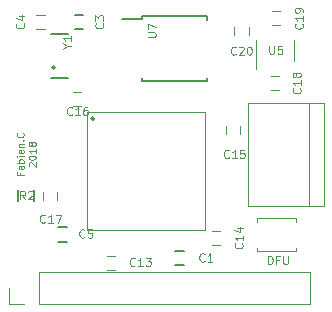
<source format=gto>
G04 #@! TF.FileFunction,Legend,Top*
%FSLAX46Y46*%
G04 Gerber Fmt 4.6, Leading zero omitted, Abs format (unit mm)*
G04 Created by KiCad (PCBNEW 4.0.7-e0-6372~58~ubuntu16.10.1) date Fri Aug 10 15:11:26 2018*
%MOMM*%
%LPD*%
G01*
G04 APERTURE LIST*
%ADD10C,0.100000*%
%ADD11C,0.120000*%
%ADD12C,0.200000*%
%ADD13C,0.150000*%
%ADD14C,0.002540*%
G04 APERTURE END LIST*
D10*
D11*
X131547143Y-96971428D02*
X131547143Y-97171428D01*
X131861429Y-97171428D02*
X131261429Y-97171428D01*
X131261429Y-96885714D01*
X131861429Y-96399999D02*
X131547143Y-96399999D01*
X131490000Y-96428570D01*
X131461429Y-96485713D01*
X131461429Y-96599999D01*
X131490000Y-96657142D01*
X131832857Y-96399999D02*
X131861429Y-96457142D01*
X131861429Y-96599999D01*
X131832857Y-96657142D01*
X131775714Y-96685713D01*
X131718571Y-96685713D01*
X131661429Y-96657142D01*
X131632857Y-96599999D01*
X131632857Y-96457142D01*
X131604286Y-96399999D01*
X131861429Y-96114285D02*
X131261429Y-96114285D01*
X131490000Y-96114285D02*
X131461429Y-96057142D01*
X131461429Y-95942856D01*
X131490000Y-95885713D01*
X131518571Y-95857142D01*
X131575714Y-95828571D01*
X131747143Y-95828571D01*
X131804286Y-95857142D01*
X131832857Y-95885713D01*
X131861429Y-95942856D01*
X131861429Y-96057142D01*
X131832857Y-96114285D01*
X131861429Y-95571428D02*
X131461429Y-95571428D01*
X131261429Y-95571428D02*
X131290000Y-95599999D01*
X131318571Y-95571428D01*
X131290000Y-95542856D01*
X131261429Y-95571428D01*
X131318571Y-95571428D01*
X131832857Y-95057142D02*
X131861429Y-95114285D01*
X131861429Y-95228571D01*
X131832857Y-95285714D01*
X131775714Y-95314285D01*
X131547143Y-95314285D01*
X131490000Y-95285714D01*
X131461429Y-95228571D01*
X131461429Y-95114285D01*
X131490000Y-95057142D01*
X131547143Y-95028571D01*
X131604286Y-95028571D01*
X131661429Y-95314285D01*
X131461429Y-94771428D02*
X131861429Y-94771428D01*
X131518571Y-94771428D02*
X131490000Y-94742856D01*
X131461429Y-94685714D01*
X131461429Y-94599999D01*
X131490000Y-94542856D01*
X131547143Y-94514285D01*
X131861429Y-94514285D01*
X131804286Y-94228571D02*
X131832857Y-94199999D01*
X131861429Y-94228571D01*
X131832857Y-94257142D01*
X131804286Y-94228571D01*
X131861429Y-94228571D01*
X131804286Y-93600000D02*
X131832857Y-93628571D01*
X131861429Y-93714285D01*
X131861429Y-93771428D01*
X131832857Y-93857143D01*
X131775714Y-93914285D01*
X131718571Y-93942857D01*
X131604286Y-93971428D01*
X131518571Y-93971428D01*
X131404286Y-93942857D01*
X131347143Y-93914285D01*
X131290000Y-93857143D01*
X131261429Y-93771428D01*
X131261429Y-93714285D01*
X131290000Y-93628571D01*
X131318571Y-93600000D01*
X132338571Y-96428572D02*
X132310000Y-96400001D01*
X132281429Y-96342858D01*
X132281429Y-96200001D01*
X132310000Y-96142858D01*
X132338571Y-96114287D01*
X132395714Y-96085715D01*
X132452857Y-96085715D01*
X132538571Y-96114287D01*
X132881429Y-96457144D01*
X132881429Y-96085715D01*
X132281429Y-95714286D02*
X132281429Y-95657143D01*
X132310000Y-95600000D01*
X132338571Y-95571429D01*
X132395714Y-95542858D01*
X132510000Y-95514286D01*
X132652857Y-95514286D01*
X132767143Y-95542858D01*
X132824286Y-95571429D01*
X132852857Y-95600000D01*
X132881429Y-95657143D01*
X132881429Y-95714286D01*
X132852857Y-95771429D01*
X132824286Y-95800000D01*
X132767143Y-95828572D01*
X132652857Y-95857143D01*
X132510000Y-95857143D01*
X132395714Y-95828572D01*
X132338571Y-95800000D01*
X132310000Y-95771429D01*
X132281429Y-95714286D01*
X132881429Y-94942857D02*
X132881429Y-95285714D01*
X132881429Y-95114286D02*
X132281429Y-95114286D01*
X132367143Y-95171429D01*
X132424286Y-95228571D01*
X132452857Y-95285714D01*
X132538571Y-94600000D02*
X132510000Y-94657142D01*
X132481429Y-94685714D01*
X132424286Y-94714285D01*
X132395714Y-94714285D01*
X132338571Y-94685714D01*
X132310000Y-94657142D01*
X132281429Y-94600000D01*
X132281429Y-94485714D01*
X132310000Y-94428571D01*
X132338571Y-94400000D01*
X132395714Y-94371428D01*
X132424286Y-94371428D01*
X132481429Y-94400000D01*
X132510000Y-94428571D01*
X132538571Y-94485714D01*
X132538571Y-94600000D01*
X132567143Y-94657142D01*
X132595714Y-94685714D01*
X132652857Y-94714285D01*
X132767143Y-94714285D01*
X132824286Y-94685714D01*
X132852857Y-94657142D01*
X132881429Y-94600000D01*
X132881429Y-94485714D01*
X132852857Y-94428571D01*
X132824286Y-94400000D01*
X132767143Y-94371428D01*
X132652857Y-94371428D01*
X132595714Y-94400000D01*
X132567143Y-94428571D01*
X132538571Y-94485714D01*
X152550001Y-104716667D02*
X152550001Y-104016667D01*
X152716667Y-104016667D01*
X152816667Y-104050000D01*
X152883334Y-104116667D01*
X152916667Y-104183333D01*
X152950001Y-104316667D01*
X152950001Y-104416667D01*
X152916667Y-104550000D01*
X152883334Y-104616667D01*
X152816667Y-104683333D01*
X152716667Y-104716667D01*
X152550001Y-104716667D01*
X153483334Y-104350000D02*
X153250001Y-104350000D01*
X153250001Y-104716667D02*
X153250001Y-104016667D01*
X153583334Y-104016667D01*
X153850001Y-104016667D02*
X153850001Y-104583333D01*
X153883334Y-104650000D01*
X153916667Y-104683333D01*
X153983334Y-104716667D01*
X154116667Y-104716667D01*
X154183334Y-104683333D01*
X154216667Y-104650000D01*
X154250001Y-104583333D01*
X154250001Y-104016667D01*
D12*
X137854000Y-92400000D02*
G75*
G03X137854000Y-92400000I-154000J0D01*
G01*
D11*
X151650000Y-103300000D02*
X151650000Y-103600000D01*
X151650000Y-103600000D02*
X154950000Y-103600000D01*
X154950000Y-103600000D02*
X154950000Y-103300000D01*
X151650000Y-101100000D02*
X151650000Y-100800000D01*
X151650000Y-100800000D02*
X154950000Y-100800000D01*
X154950000Y-100800000D02*
X154950000Y-101100000D01*
D13*
X144700000Y-103600000D02*
X145400000Y-103600000D01*
X145400000Y-104800000D02*
X144700000Y-104800000D01*
X136885120Y-84792876D02*
X136185120Y-84792876D01*
X136185120Y-83592876D02*
X136885120Y-83592876D01*
X135500000Y-102800000D02*
X134800000Y-102800000D01*
X134800000Y-101600000D02*
X135500000Y-101600000D01*
X132775000Y-98400000D02*
X132775000Y-99400000D01*
X131425000Y-99400000D02*
X131425000Y-98400000D01*
D11*
X139600000Y-105200000D02*
X138900000Y-105200000D01*
X138900000Y-104000000D02*
X139600000Y-104000000D01*
X147800000Y-101900000D02*
X148500000Y-101900000D01*
X148500000Y-103100000D02*
X147800000Y-103100000D01*
D13*
X134526279Y-88041716D02*
G75*
G03X134526279Y-88041716I-141899J0D01*
G01*
X135585800Y-88940876D02*
X134183720Y-88940876D01*
X134183720Y-85242636D02*
X135585800Y-85242636D01*
D11*
X150200000Y-93000000D02*
X150200000Y-93700000D01*
X149000000Y-93700000D02*
X149000000Y-93000000D01*
X136700000Y-91300000D02*
X136000000Y-91300000D01*
X136000000Y-90100000D02*
X136700000Y-90100000D01*
X133500000Y-99300000D02*
X133500000Y-98600000D01*
X134700000Y-98600000D02*
X134700000Y-99300000D01*
X153550000Y-84500000D02*
X152850000Y-84500000D01*
X152850000Y-83300000D02*
X153550000Y-83300000D01*
X157280000Y-99750000D02*
X157280000Y-91050000D01*
X150870000Y-99750000D02*
X150870000Y-91050000D01*
X150870000Y-91050000D02*
X157280000Y-91050000D01*
X156050000Y-91050000D02*
X156050000Y-99750000D01*
X157280000Y-99750000D02*
X150870000Y-99750000D01*
D13*
X141900000Y-83710000D02*
X141900000Y-83915000D01*
X147400000Y-83710000D02*
X147400000Y-84010000D01*
X147400000Y-89220000D02*
X147400000Y-88920000D01*
X141900000Y-89220000D02*
X141900000Y-88920000D01*
X141900000Y-83710000D02*
X147400000Y-83710000D01*
X141900000Y-89220000D02*
X147400000Y-89220000D01*
X141900000Y-83915000D02*
X140150000Y-83915000D01*
D11*
X149700000Y-85300000D02*
X149700000Y-84600000D01*
X150900000Y-84600000D02*
X150900000Y-85300000D01*
X133635120Y-84792876D02*
X132935120Y-84792876D01*
X132935120Y-83592876D02*
X133635120Y-83592876D01*
X153500000Y-90000000D02*
X152800000Y-90000000D01*
X152800000Y-88800000D02*
X153500000Y-88800000D01*
X156110000Y-108070000D02*
X156110000Y-105410000D01*
X133190000Y-108070000D02*
X156110000Y-108070000D01*
X133190000Y-105410000D02*
X156110000Y-105410000D01*
X133190000Y-108070000D02*
X133190000Y-105410000D01*
X131920000Y-108070000D02*
X130590000Y-108070000D01*
X130590000Y-108070000D02*
X130590000Y-106740000D01*
D14*
X147198720Y-91801280D02*
X147198720Y-101798720D01*
X147198720Y-101798720D02*
X137201280Y-101798720D01*
X137201280Y-91801280D02*
X137201280Y-101798720D01*
X147198720Y-91801280D02*
X137201280Y-91801280D01*
X137201280Y-91801280D02*
X137201280Y-91801280D01*
X137201280Y-91801280D02*
X137201280Y-91801280D01*
D11*
X154760000Y-87500000D02*
X154760000Y-85700000D01*
X151540000Y-85700000D02*
X151540000Y-88150000D01*
X147183334Y-104420000D02*
X147150000Y-104453333D01*
X147050000Y-104486667D01*
X146983334Y-104486667D01*
X146883334Y-104453333D01*
X146816667Y-104386667D01*
X146783334Y-104320000D01*
X146750000Y-104186667D01*
X146750000Y-104086667D01*
X146783334Y-103953333D01*
X146816667Y-103886667D01*
X146883334Y-103820000D01*
X146983334Y-103786667D01*
X147050000Y-103786667D01*
X147150000Y-103820000D01*
X147183334Y-103853333D01*
X147850000Y-104486667D02*
X147450000Y-104486667D01*
X147650000Y-104486667D02*
X147650000Y-103786667D01*
X147583334Y-103886667D01*
X147516667Y-103953333D01*
X147450000Y-103986667D01*
X138550000Y-84316666D02*
X138583333Y-84350000D01*
X138616667Y-84450000D01*
X138616667Y-84516666D01*
X138583333Y-84616666D01*
X138516667Y-84683333D01*
X138450000Y-84716666D01*
X138316667Y-84750000D01*
X138216667Y-84750000D01*
X138083333Y-84716666D01*
X138016667Y-84683333D01*
X137950000Y-84616666D01*
X137916667Y-84516666D01*
X137916667Y-84450000D01*
X137950000Y-84350000D01*
X137983333Y-84316666D01*
X137916667Y-84083333D02*
X137916667Y-83650000D01*
X138183333Y-83883333D01*
X138183333Y-83783333D01*
X138216667Y-83716666D01*
X138250000Y-83683333D01*
X138316667Y-83650000D01*
X138483333Y-83650000D01*
X138550000Y-83683333D01*
X138583333Y-83716666D01*
X138616667Y-83783333D01*
X138616667Y-83983333D01*
X138583333Y-84050000D01*
X138550000Y-84083333D01*
X137008334Y-102400000D02*
X136975000Y-102433333D01*
X136875000Y-102466667D01*
X136808334Y-102466667D01*
X136708334Y-102433333D01*
X136641667Y-102366667D01*
X136608334Y-102300000D01*
X136575000Y-102166667D01*
X136575000Y-102066667D01*
X136608334Y-101933333D01*
X136641667Y-101866667D01*
X136708334Y-101800000D01*
X136808334Y-101766667D01*
X136875000Y-101766667D01*
X136975000Y-101800000D01*
X137008334Y-101833333D01*
X137641667Y-101766667D02*
X137308334Y-101766667D01*
X137275000Y-102100000D01*
X137308334Y-102066667D01*
X137375000Y-102033333D01*
X137541667Y-102033333D01*
X137608334Y-102066667D01*
X137641667Y-102100000D01*
X137675000Y-102166667D01*
X137675000Y-102333333D01*
X137641667Y-102400000D01*
X137608334Y-102433333D01*
X137541667Y-102466667D01*
X137375000Y-102466667D01*
X137308334Y-102433333D01*
X137275000Y-102400000D01*
X131983334Y-99216667D02*
X131750000Y-98883333D01*
X131583334Y-99216667D02*
X131583334Y-98516667D01*
X131850000Y-98516667D01*
X131916667Y-98550000D01*
X131950000Y-98583333D01*
X131983334Y-98650000D01*
X131983334Y-98750000D01*
X131950000Y-98816667D01*
X131916667Y-98850000D01*
X131850000Y-98883333D01*
X131583334Y-98883333D01*
X132250000Y-98583333D02*
X132283334Y-98550000D01*
X132350000Y-98516667D01*
X132516667Y-98516667D01*
X132583334Y-98550000D01*
X132616667Y-98583333D01*
X132650000Y-98650000D01*
X132650000Y-98716667D01*
X132616667Y-98816667D01*
X132216667Y-99216667D01*
X132650000Y-99216667D01*
X141280000Y-104790000D02*
X141246666Y-104823333D01*
X141146666Y-104856667D01*
X141080000Y-104856667D01*
X140980000Y-104823333D01*
X140913333Y-104756667D01*
X140880000Y-104690000D01*
X140846666Y-104556667D01*
X140846666Y-104456667D01*
X140880000Y-104323333D01*
X140913333Y-104256667D01*
X140980000Y-104190000D01*
X141080000Y-104156667D01*
X141146666Y-104156667D01*
X141246666Y-104190000D01*
X141280000Y-104223333D01*
X141946666Y-104856667D02*
X141546666Y-104856667D01*
X141746666Y-104856667D02*
X141746666Y-104156667D01*
X141680000Y-104256667D01*
X141613333Y-104323333D01*
X141546666Y-104356667D01*
X142180000Y-104156667D02*
X142613333Y-104156667D01*
X142380000Y-104423333D01*
X142480000Y-104423333D01*
X142546667Y-104456667D01*
X142580000Y-104490000D01*
X142613333Y-104556667D01*
X142613333Y-104723333D01*
X142580000Y-104790000D01*
X142546667Y-104823333D01*
X142480000Y-104856667D01*
X142280000Y-104856667D01*
X142213333Y-104823333D01*
X142180000Y-104790000D01*
X150350000Y-102950000D02*
X150383333Y-102983334D01*
X150416667Y-103083334D01*
X150416667Y-103150000D01*
X150383333Y-103250000D01*
X150316667Y-103316667D01*
X150250000Y-103350000D01*
X150116667Y-103383334D01*
X150016667Y-103383334D01*
X149883333Y-103350000D01*
X149816667Y-103316667D01*
X149750000Y-103250000D01*
X149716667Y-103150000D01*
X149716667Y-103083334D01*
X149750000Y-102983334D01*
X149783333Y-102950000D01*
X150416667Y-102283334D02*
X150416667Y-102683334D01*
X150416667Y-102483334D02*
X149716667Y-102483334D01*
X149816667Y-102550000D01*
X149883333Y-102616667D01*
X149916667Y-102683334D01*
X149950000Y-101683333D02*
X150416667Y-101683333D01*
X149683333Y-101850000D02*
X150183333Y-102016667D01*
X150183333Y-101583333D01*
X135567733Y-86223969D02*
X135901067Y-86223969D01*
X135201067Y-86457302D02*
X135567733Y-86223969D01*
X135201067Y-85990636D01*
X135901067Y-85390636D02*
X135901067Y-85790636D01*
X135901067Y-85590636D02*
X135201067Y-85590636D01*
X135301067Y-85657302D01*
X135367733Y-85723969D01*
X135401067Y-85790636D01*
X149250000Y-95650000D02*
X149216666Y-95683333D01*
X149116666Y-95716667D01*
X149050000Y-95716667D01*
X148950000Y-95683333D01*
X148883333Y-95616667D01*
X148850000Y-95550000D01*
X148816666Y-95416667D01*
X148816666Y-95316667D01*
X148850000Y-95183333D01*
X148883333Y-95116667D01*
X148950000Y-95050000D01*
X149050000Y-95016667D01*
X149116666Y-95016667D01*
X149216666Y-95050000D01*
X149250000Y-95083333D01*
X149916666Y-95716667D02*
X149516666Y-95716667D01*
X149716666Y-95716667D02*
X149716666Y-95016667D01*
X149650000Y-95116667D01*
X149583333Y-95183333D01*
X149516666Y-95216667D01*
X150550000Y-95016667D02*
X150216667Y-95016667D01*
X150183333Y-95350000D01*
X150216667Y-95316667D01*
X150283333Y-95283333D01*
X150450000Y-95283333D01*
X150516667Y-95316667D01*
X150550000Y-95350000D01*
X150583333Y-95416667D01*
X150583333Y-95583333D01*
X150550000Y-95650000D01*
X150516667Y-95683333D01*
X150450000Y-95716667D01*
X150283333Y-95716667D01*
X150216667Y-95683333D01*
X150183333Y-95650000D01*
X135970000Y-92030000D02*
X135936666Y-92063333D01*
X135836666Y-92096667D01*
X135770000Y-92096667D01*
X135670000Y-92063333D01*
X135603333Y-91996667D01*
X135570000Y-91930000D01*
X135536666Y-91796667D01*
X135536666Y-91696667D01*
X135570000Y-91563333D01*
X135603333Y-91496667D01*
X135670000Y-91430000D01*
X135770000Y-91396667D01*
X135836666Y-91396667D01*
X135936666Y-91430000D01*
X135970000Y-91463333D01*
X136636666Y-92096667D02*
X136236666Y-92096667D01*
X136436666Y-92096667D02*
X136436666Y-91396667D01*
X136370000Y-91496667D01*
X136303333Y-91563333D01*
X136236666Y-91596667D01*
X137236667Y-91396667D02*
X137103333Y-91396667D01*
X137036667Y-91430000D01*
X137003333Y-91463333D01*
X136936667Y-91563333D01*
X136903333Y-91696667D01*
X136903333Y-91963333D01*
X136936667Y-92030000D01*
X136970000Y-92063333D01*
X137036667Y-92096667D01*
X137170000Y-92096667D01*
X137236667Y-92063333D01*
X137270000Y-92030000D01*
X137303333Y-91963333D01*
X137303333Y-91796667D01*
X137270000Y-91730000D01*
X137236667Y-91696667D01*
X137170000Y-91663333D01*
X137036667Y-91663333D01*
X136970000Y-91696667D01*
X136936667Y-91730000D01*
X136903333Y-91796667D01*
X133669000Y-101139000D02*
X133635666Y-101172333D01*
X133535666Y-101205667D01*
X133469000Y-101205667D01*
X133369000Y-101172333D01*
X133302333Y-101105667D01*
X133269000Y-101039000D01*
X133235666Y-100905667D01*
X133235666Y-100805667D01*
X133269000Y-100672333D01*
X133302333Y-100605667D01*
X133369000Y-100539000D01*
X133469000Y-100505667D01*
X133535666Y-100505667D01*
X133635666Y-100539000D01*
X133669000Y-100572333D01*
X134335666Y-101205667D02*
X133935666Y-101205667D01*
X134135666Y-101205667D02*
X134135666Y-100505667D01*
X134069000Y-100605667D01*
X134002333Y-100672333D01*
X133935666Y-100705667D01*
X134569000Y-100505667D02*
X135035667Y-100505667D01*
X134735667Y-101205667D01*
X155450000Y-84350000D02*
X155483333Y-84383334D01*
X155516667Y-84483334D01*
X155516667Y-84550000D01*
X155483333Y-84650000D01*
X155416667Y-84716667D01*
X155350000Y-84750000D01*
X155216667Y-84783334D01*
X155116667Y-84783334D01*
X154983333Y-84750000D01*
X154916667Y-84716667D01*
X154850000Y-84650000D01*
X154816667Y-84550000D01*
X154816667Y-84483334D01*
X154850000Y-84383334D01*
X154883333Y-84350000D01*
X155516667Y-83683334D02*
X155516667Y-84083334D01*
X155516667Y-83883334D02*
X154816667Y-83883334D01*
X154916667Y-83950000D01*
X154983333Y-84016667D01*
X155016667Y-84083334D01*
X155516667Y-83350000D02*
X155516667Y-83216667D01*
X155483333Y-83150000D01*
X155450000Y-83116667D01*
X155350000Y-83050000D01*
X155216667Y-83016667D01*
X154950000Y-83016667D01*
X154883333Y-83050000D01*
X154850000Y-83083333D01*
X154816667Y-83150000D01*
X154816667Y-83283333D01*
X154850000Y-83350000D01*
X154883333Y-83383333D01*
X154950000Y-83416667D01*
X155116667Y-83416667D01*
X155183333Y-83383333D01*
X155216667Y-83350000D01*
X155250000Y-83283333D01*
X155250000Y-83150000D01*
X155216667Y-83083333D01*
X155183333Y-83050000D01*
X155116667Y-83016667D01*
X142356667Y-85488333D02*
X142923333Y-85488333D01*
X142990000Y-85455000D01*
X143023333Y-85421667D01*
X143056667Y-85355000D01*
X143056667Y-85221667D01*
X143023333Y-85155000D01*
X142990000Y-85121667D01*
X142923333Y-85088333D01*
X142356667Y-85088333D01*
X142356667Y-84821667D02*
X142356667Y-84355000D01*
X143056667Y-84655000D01*
X149830000Y-86920000D02*
X149796666Y-86953333D01*
X149696666Y-86986667D01*
X149630000Y-86986667D01*
X149530000Y-86953333D01*
X149463333Y-86886667D01*
X149430000Y-86820000D01*
X149396666Y-86686667D01*
X149396666Y-86586667D01*
X149430000Y-86453333D01*
X149463333Y-86386667D01*
X149530000Y-86320000D01*
X149630000Y-86286667D01*
X149696666Y-86286667D01*
X149796666Y-86320000D01*
X149830000Y-86353333D01*
X150096666Y-86353333D02*
X150130000Y-86320000D01*
X150196666Y-86286667D01*
X150363333Y-86286667D01*
X150430000Y-86320000D01*
X150463333Y-86353333D01*
X150496666Y-86420000D01*
X150496666Y-86486667D01*
X150463333Y-86586667D01*
X150063333Y-86986667D01*
X150496666Y-86986667D01*
X150930000Y-86286667D02*
X150996667Y-86286667D01*
X151063333Y-86320000D01*
X151096667Y-86353333D01*
X151130000Y-86420000D01*
X151163333Y-86553333D01*
X151163333Y-86720000D01*
X151130000Y-86853333D01*
X151096667Y-86920000D01*
X151063333Y-86953333D01*
X150996667Y-86986667D01*
X150930000Y-86986667D01*
X150863333Y-86953333D01*
X150830000Y-86920000D01*
X150796667Y-86853333D01*
X150763333Y-86720000D01*
X150763333Y-86553333D01*
X150796667Y-86420000D01*
X150830000Y-86353333D01*
X150863333Y-86320000D01*
X150930000Y-86286667D01*
X131850000Y-84316666D02*
X131883333Y-84350000D01*
X131916667Y-84450000D01*
X131916667Y-84516666D01*
X131883333Y-84616666D01*
X131816667Y-84683333D01*
X131750000Y-84716666D01*
X131616667Y-84750000D01*
X131516667Y-84750000D01*
X131383333Y-84716666D01*
X131316667Y-84683333D01*
X131250000Y-84616666D01*
X131216667Y-84516666D01*
X131216667Y-84450000D01*
X131250000Y-84350000D01*
X131283333Y-84316666D01*
X131450000Y-83716666D02*
X131916667Y-83716666D01*
X131183333Y-83883333D02*
X131683333Y-84050000D01*
X131683333Y-83616666D01*
X155260000Y-89820000D02*
X155293333Y-89853334D01*
X155326667Y-89953334D01*
X155326667Y-90020000D01*
X155293333Y-90120000D01*
X155226667Y-90186667D01*
X155160000Y-90220000D01*
X155026667Y-90253334D01*
X154926667Y-90253334D01*
X154793333Y-90220000D01*
X154726667Y-90186667D01*
X154660000Y-90120000D01*
X154626667Y-90020000D01*
X154626667Y-89953334D01*
X154660000Y-89853334D01*
X154693333Y-89820000D01*
X155326667Y-89153334D02*
X155326667Y-89553334D01*
X155326667Y-89353334D02*
X154626667Y-89353334D01*
X154726667Y-89420000D01*
X154793333Y-89486667D01*
X154826667Y-89553334D01*
X154926667Y-88753333D02*
X154893333Y-88820000D01*
X154860000Y-88853333D01*
X154793333Y-88886667D01*
X154760000Y-88886667D01*
X154693333Y-88853333D01*
X154660000Y-88820000D01*
X154626667Y-88753333D01*
X154626667Y-88620000D01*
X154660000Y-88553333D01*
X154693333Y-88520000D01*
X154760000Y-88486667D01*
X154793333Y-88486667D01*
X154860000Y-88520000D01*
X154893333Y-88553333D01*
X154926667Y-88620000D01*
X154926667Y-88753333D01*
X154960000Y-88820000D01*
X154993333Y-88853333D01*
X155060000Y-88886667D01*
X155193333Y-88886667D01*
X155260000Y-88853333D01*
X155293333Y-88820000D01*
X155326667Y-88753333D01*
X155326667Y-88620000D01*
X155293333Y-88553333D01*
X155260000Y-88520000D01*
X155193333Y-88486667D01*
X155060000Y-88486667D01*
X154993333Y-88520000D01*
X154960000Y-88553333D01*
X154926667Y-88620000D01*
D10*
X152666667Y-86216667D02*
X152666667Y-86783333D01*
X152700000Y-86850000D01*
X152733333Y-86883333D01*
X152800000Y-86916667D01*
X152933333Y-86916667D01*
X153000000Y-86883333D01*
X153033333Y-86850000D01*
X153066667Y-86783333D01*
X153066667Y-86216667D01*
X153733333Y-86216667D02*
X153400000Y-86216667D01*
X153366666Y-86550000D01*
X153400000Y-86516667D01*
X153466666Y-86483333D01*
X153633333Y-86483333D01*
X153700000Y-86516667D01*
X153733333Y-86550000D01*
X153766666Y-86616667D01*
X153766666Y-86783333D01*
X153733333Y-86850000D01*
X153700000Y-86883333D01*
X153633333Y-86916667D01*
X153466666Y-86916667D01*
X153400000Y-86883333D01*
X153366666Y-86850000D01*
M02*

</source>
